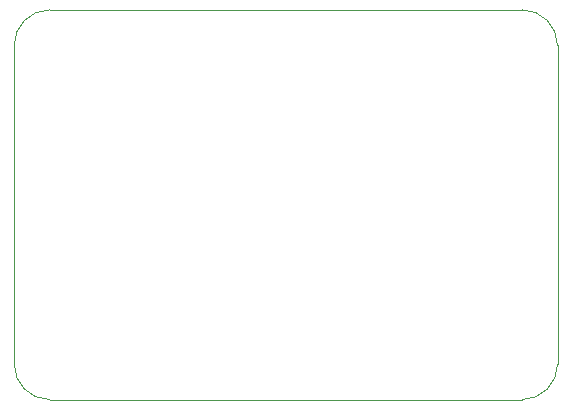
<source format=gbr>
%TF.GenerationSoftware,KiCad,Pcbnew,(6.0.9)*%
%TF.CreationDate,2023-09-21T20:23:23+02:00*%
%TF.ProjectId,EZFocus,455a466f-6375-4732-9e6b-696361645f70,rev?*%
%TF.SameCoordinates,Original*%
%TF.FileFunction,Profile,NP*%
%FSLAX46Y46*%
G04 Gerber Fmt 4.6, Leading zero omitted, Abs format (unit mm)*
G04 Created by KiCad (PCBNEW (6.0.9)) date 2023-09-21 20:23:23*
%MOMM*%
%LPD*%
G01*
G04 APERTURE LIST*
%TA.AperFunction,Profile*%
%ADD10C,0.100000*%
%TD*%
G04 APERTURE END LIST*
D10*
X118000000Y-90000000D02*
X118000000Y-63000000D01*
X75000000Y-93000000D02*
X115000000Y-93000000D01*
X75000000Y-60000000D02*
G75*
G03*
X72000000Y-63000000I0J-3000000D01*
G01*
X118000000Y-63000000D02*
G75*
G03*
X115000000Y-60000000I-3000000J0D01*
G01*
X72000000Y-90000000D02*
G75*
G03*
X75000000Y-93000000I3000000J0D01*
G01*
X115000000Y-60000000D02*
X75000000Y-60000000D01*
X72000000Y-63000000D02*
X72000000Y-90000000D01*
X115000000Y-93000000D02*
G75*
G03*
X118000000Y-90000000I0J3000000D01*
G01*
M02*

</source>
